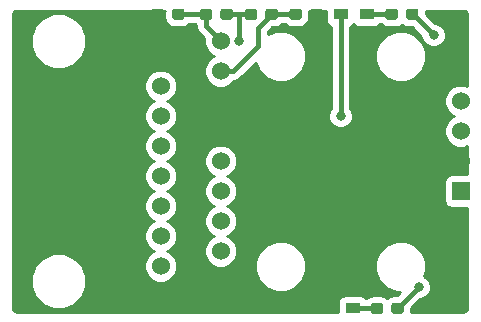
<source format=gbr>
G04 #@! TF.GenerationSoftware,KiCad,Pcbnew,(5.0.0)*
G04 #@! TF.CreationDate,2018-12-18T17:16:08-06:00*
G04 #@! TF.ProjectId,IMUBreakout_Hardware,494D55427265616B6F75745F48617264,rev?*
G04 #@! TF.SameCoordinates,Original*
G04 #@! TF.FileFunction,Copper,L1,Top,Signal*
G04 #@! TF.FilePolarity,Positive*
%FSLAX46Y46*%
G04 Gerber Fmt 4.6, Leading zero omitted, Abs format (unit mm)*
G04 Created by KiCad (PCBNEW (5.0.0)) date 12/18/18 17:16:08*
%MOMM*%
%LPD*%
G01*
G04 APERTURE LIST*
G04 #@! TA.AperFunction,ComponentPad*
%ADD10C,1.524000*%
G04 #@! TD*
G04 #@! TA.AperFunction,ComponentPad*
%ADD11R,1.524000X1.524000*%
G04 #@! TD*
G04 #@! TA.AperFunction,Conductor*
%ADD12C,0.100000*%
G04 #@! TD*
G04 #@! TA.AperFunction,SMDPad,CuDef*
%ADD13C,0.950000*%
G04 #@! TD*
G04 #@! TA.AperFunction,SMDPad,CuDef*
%ADD14R,1.200000X0.900000*%
G04 #@! TD*
G04 #@! TA.AperFunction,ViaPad*
%ADD15C,0.800000*%
G04 #@! TD*
G04 #@! TA.AperFunction,Conductor*
%ADD16C,0.381000*%
G04 #@! TD*
G04 #@! TA.AperFunction,Conductor*
%ADD17C,0.254000*%
G04 #@! TD*
G04 APERTURE END LIST*
D10*
G04 #@! TO.P,U1,1*
G04 #@! TO.N,SDOAG*
X129540000Y-85090000D03*
G04 #@! TO.P,U1,2*
G04 #@! TO.N,SDOM*
X129540000Y-87630000D03*
G04 #@! TO.P,U1,3*
G04 #@! TO.N,+3V3*
X129540000Y-90170000D03*
G04 #@! TO.P,U1,4*
X129540000Y-92710000D03*
G04 #@! TO.P,U1,5*
G04 #@! TO.N,DRDYM*
X129540000Y-95250000D03*
G04 #@! TO.P,U1,6*
G04 #@! TO.N,INTM*
X129540000Y-97790000D03*
G04 #@! TO.P,U1,7*
G04 #@! TO.N,INT1AG*
X129540000Y-100330000D03*
G04 #@! TO.P,U1,8*
G04 #@! TO.N,INT2AG*
X129540000Y-102870000D03*
G04 #@! TO.P,U1,9*
G04 #@! TO.N,+3V3*
X129540000Y-105410000D03*
G04 #@! TO.P,U1,10*
G04 #@! TO.N,SCL*
X149860000Y-90170000D03*
G04 #@! TO.P,U1,11*
G04 #@! TO.N,SDA*
X149860000Y-92710000D03*
G04 #@! TO.P,U1,12*
G04 #@! TO.N,+3V3*
X149860000Y-95250000D03*
D11*
G04 #@! TO.P,U1,13*
G04 #@! TO.N,GND*
X149860000Y-97790000D03*
G04 #@! TD*
D10*
G04 #@! TO.P,Conn1,1*
G04 #@! TO.N,GND*
X124460000Y-104140000D03*
G04 #@! TO.P,Conn1,2*
G04 #@! TO.N,INT2AG*
X124460000Y-101600000D03*
G04 #@! TO.P,Conn1,3*
G04 #@! TO.N,INT1AG*
X124460000Y-99060000D03*
G04 #@! TO.P,Conn1,4*
G04 #@! TO.N,INTM*
X124460000Y-96520000D03*
G04 #@! TO.P,Conn1,5*
G04 #@! TO.N,DRDYM*
X124460000Y-93980000D03*
G04 #@! TO.P,Conn1,6*
G04 #@! TO.N,SDA*
X124460000Y-91440000D03*
G04 #@! TO.P,Conn1,7*
G04 #@! TO.N,SCL*
X124460000Y-88900000D03*
G04 #@! TO.P,Conn1,8*
G04 #@! TO.N,+3V3*
X124460000Y-86360000D03*
G04 #@! TD*
D12*
G04 #@! TO.N,Net-(D1-Pad2)*
G04 #@! TO.C,D1*
G36*
X143086779Y-107222144D02*
X143109834Y-107225563D01*
X143132443Y-107231227D01*
X143154387Y-107239079D01*
X143175457Y-107249044D01*
X143195448Y-107261026D01*
X143214168Y-107274910D01*
X143231438Y-107290562D01*
X143247090Y-107307832D01*
X143260974Y-107326552D01*
X143272956Y-107346543D01*
X143282921Y-107367613D01*
X143290773Y-107389557D01*
X143296437Y-107412166D01*
X143299856Y-107435221D01*
X143301000Y-107458500D01*
X143301000Y-107933500D01*
X143299856Y-107956779D01*
X143296437Y-107979834D01*
X143290773Y-108002443D01*
X143282921Y-108024387D01*
X143272956Y-108045457D01*
X143260974Y-108065448D01*
X143247090Y-108084168D01*
X143231438Y-108101438D01*
X143214168Y-108117090D01*
X143195448Y-108130974D01*
X143175457Y-108142956D01*
X143154387Y-108152921D01*
X143132443Y-108160773D01*
X143109834Y-108166437D01*
X143086779Y-108169856D01*
X143063500Y-108171000D01*
X142488500Y-108171000D01*
X142465221Y-108169856D01*
X142442166Y-108166437D01*
X142419557Y-108160773D01*
X142397613Y-108152921D01*
X142376543Y-108142956D01*
X142356552Y-108130974D01*
X142337832Y-108117090D01*
X142320562Y-108101438D01*
X142304910Y-108084168D01*
X142291026Y-108065448D01*
X142279044Y-108045457D01*
X142269079Y-108024387D01*
X142261227Y-108002443D01*
X142255563Y-107979834D01*
X142252144Y-107956779D01*
X142251000Y-107933500D01*
X142251000Y-107458500D01*
X142252144Y-107435221D01*
X142255563Y-107412166D01*
X142261227Y-107389557D01*
X142269079Y-107367613D01*
X142279044Y-107346543D01*
X142291026Y-107326552D01*
X142304910Y-107307832D01*
X142320562Y-107290562D01*
X142337832Y-107274910D01*
X142356552Y-107261026D01*
X142376543Y-107249044D01*
X142397613Y-107239079D01*
X142419557Y-107231227D01*
X142442166Y-107225563D01*
X142465221Y-107222144D01*
X142488500Y-107221000D01*
X143063500Y-107221000D01*
X143086779Y-107222144D01*
X143086779Y-107222144D01*
G37*
D13*
G04 #@! TD*
G04 #@! TO.P,D1,2*
G04 #@! TO.N,Net-(D1-Pad2)*
X142776000Y-107696000D03*
D12*
G04 #@! TO.N,GND*
G04 #@! TO.C,D1*
G36*
X144836779Y-107222144D02*
X144859834Y-107225563D01*
X144882443Y-107231227D01*
X144904387Y-107239079D01*
X144925457Y-107249044D01*
X144945448Y-107261026D01*
X144964168Y-107274910D01*
X144981438Y-107290562D01*
X144997090Y-107307832D01*
X145010974Y-107326552D01*
X145022956Y-107346543D01*
X145032921Y-107367613D01*
X145040773Y-107389557D01*
X145046437Y-107412166D01*
X145049856Y-107435221D01*
X145051000Y-107458500D01*
X145051000Y-107933500D01*
X145049856Y-107956779D01*
X145046437Y-107979834D01*
X145040773Y-108002443D01*
X145032921Y-108024387D01*
X145022956Y-108045457D01*
X145010974Y-108065448D01*
X144997090Y-108084168D01*
X144981438Y-108101438D01*
X144964168Y-108117090D01*
X144945448Y-108130974D01*
X144925457Y-108142956D01*
X144904387Y-108152921D01*
X144882443Y-108160773D01*
X144859834Y-108166437D01*
X144836779Y-108169856D01*
X144813500Y-108171000D01*
X144238500Y-108171000D01*
X144215221Y-108169856D01*
X144192166Y-108166437D01*
X144169557Y-108160773D01*
X144147613Y-108152921D01*
X144126543Y-108142956D01*
X144106552Y-108130974D01*
X144087832Y-108117090D01*
X144070562Y-108101438D01*
X144054910Y-108084168D01*
X144041026Y-108065448D01*
X144029044Y-108045457D01*
X144019079Y-108024387D01*
X144011227Y-108002443D01*
X144005563Y-107979834D01*
X144002144Y-107956779D01*
X144001000Y-107933500D01*
X144001000Y-107458500D01*
X144002144Y-107435221D01*
X144005563Y-107412166D01*
X144011227Y-107389557D01*
X144019079Y-107367613D01*
X144029044Y-107346543D01*
X144041026Y-107326552D01*
X144054910Y-107307832D01*
X144070562Y-107290562D01*
X144087832Y-107274910D01*
X144106552Y-107261026D01*
X144126543Y-107249044D01*
X144147613Y-107239079D01*
X144169557Y-107231227D01*
X144192166Y-107225563D01*
X144215221Y-107222144D01*
X144238500Y-107221000D01*
X144813500Y-107221000D01*
X144836779Y-107222144D01*
X144836779Y-107222144D01*
G37*
D13*
G04 #@! TD*
G04 #@! TO.P,D1,1*
G04 #@! TO.N,GND*
X144526000Y-107696000D03*
D12*
G04 #@! TO.N,GND*
G04 #@! TO.C,D2*
G36*
X146078779Y-82330144D02*
X146101834Y-82333563D01*
X146124443Y-82339227D01*
X146146387Y-82347079D01*
X146167457Y-82357044D01*
X146187448Y-82369026D01*
X146206168Y-82382910D01*
X146223438Y-82398562D01*
X146239090Y-82415832D01*
X146252974Y-82434552D01*
X146264956Y-82454543D01*
X146274921Y-82475613D01*
X146282773Y-82497557D01*
X146288437Y-82520166D01*
X146291856Y-82543221D01*
X146293000Y-82566500D01*
X146293000Y-83041500D01*
X146291856Y-83064779D01*
X146288437Y-83087834D01*
X146282773Y-83110443D01*
X146274921Y-83132387D01*
X146264956Y-83153457D01*
X146252974Y-83173448D01*
X146239090Y-83192168D01*
X146223438Y-83209438D01*
X146206168Y-83225090D01*
X146187448Y-83238974D01*
X146167457Y-83250956D01*
X146146387Y-83260921D01*
X146124443Y-83268773D01*
X146101834Y-83274437D01*
X146078779Y-83277856D01*
X146055500Y-83279000D01*
X145480500Y-83279000D01*
X145457221Y-83277856D01*
X145434166Y-83274437D01*
X145411557Y-83268773D01*
X145389613Y-83260921D01*
X145368543Y-83250956D01*
X145348552Y-83238974D01*
X145329832Y-83225090D01*
X145312562Y-83209438D01*
X145296910Y-83192168D01*
X145283026Y-83173448D01*
X145271044Y-83153457D01*
X145261079Y-83132387D01*
X145253227Y-83110443D01*
X145247563Y-83087834D01*
X145244144Y-83064779D01*
X145243000Y-83041500D01*
X145243000Y-82566500D01*
X145244144Y-82543221D01*
X145247563Y-82520166D01*
X145253227Y-82497557D01*
X145261079Y-82475613D01*
X145271044Y-82454543D01*
X145283026Y-82434552D01*
X145296910Y-82415832D01*
X145312562Y-82398562D01*
X145329832Y-82382910D01*
X145348552Y-82369026D01*
X145368543Y-82357044D01*
X145389613Y-82347079D01*
X145411557Y-82339227D01*
X145434166Y-82333563D01*
X145457221Y-82330144D01*
X145480500Y-82329000D01*
X146055500Y-82329000D01*
X146078779Y-82330144D01*
X146078779Y-82330144D01*
G37*
D13*
G04 #@! TD*
G04 #@! TO.P,D2,1*
G04 #@! TO.N,GND*
X145768000Y-82804000D03*
D12*
G04 #@! TO.N,Net-(D2-Pad2)*
G04 #@! TO.C,D2*
G36*
X144328779Y-82330144D02*
X144351834Y-82333563D01*
X144374443Y-82339227D01*
X144396387Y-82347079D01*
X144417457Y-82357044D01*
X144437448Y-82369026D01*
X144456168Y-82382910D01*
X144473438Y-82398562D01*
X144489090Y-82415832D01*
X144502974Y-82434552D01*
X144514956Y-82454543D01*
X144524921Y-82475613D01*
X144532773Y-82497557D01*
X144538437Y-82520166D01*
X144541856Y-82543221D01*
X144543000Y-82566500D01*
X144543000Y-83041500D01*
X144541856Y-83064779D01*
X144538437Y-83087834D01*
X144532773Y-83110443D01*
X144524921Y-83132387D01*
X144514956Y-83153457D01*
X144502974Y-83173448D01*
X144489090Y-83192168D01*
X144473438Y-83209438D01*
X144456168Y-83225090D01*
X144437448Y-83238974D01*
X144417457Y-83250956D01*
X144396387Y-83260921D01*
X144374443Y-83268773D01*
X144351834Y-83274437D01*
X144328779Y-83277856D01*
X144305500Y-83279000D01*
X143730500Y-83279000D01*
X143707221Y-83277856D01*
X143684166Y-83274437D01*
X143661557Y-83268773D01*
X143639613Y-83260921D01*
X143618543Y-83250956D01*
X143598552Y-83238974D01*
X143579832Y-83225090D01*
X143562562Y-83209438D01*
X143546910Y-83192168D01*
X143533026Y-83173448D01*
X143521044Y-83153457D01*
X143511079Y-83132387D01*
X143503227Y-83110443D01*
X143497563Y-83087834D01*
X143494144Y-83064779D01*
X143493000Y-83041500D01*
X143493000Y-82566500D01*
X143494144Y-82543221D01*
X143497563Y-82520166D01*
X143503227Y-82497557D01*
X143511079Y-82475613D01*
X143521044Y-82454543D01*
X143533026Y-82434552D01*
X143546910Y-82415832D01*
X143562562Y-82398562D01*
X143579832Y-82382910D01*
X143598552Y-82369026D01*
X143618543Y-82357044D01*
X143639613Y-82347079D01*
X143661557Y-82339227D01*
X143684166Y-82333563D01*
X143707221Y-82330144D01*
X143730500Y-82329000D01*
X144305500Y-82329000D01*
X144328779Y-82330144D01*
X144328779Y-82330144D01*
G37*
D13*
G04 #@! TD*
G04 #@! TO.P,D2,2*
G04 #@! TO.N,Net-(D2-Pad2)*
X144018000Y-82804000D03*
D12*
G04 #@! TO.N,SDOAG*
G04 #@! TO.C,R1*
G36*
X126266779Y-82330144D02*
X126289834Y-82333563D01*
X126312443Y-82339227D01*
X126334387Y-82347079D01*
X126355457Y-82357044D01*
X126375448Y-82369026D01*
X126394168Y-82382910D01*
X126411438Y-82398562D01*
X126427090Y-82415832D01*
X126440974Y-82434552D01*
X126452956Y-82454543D01*
X126462921Y-82475613D01*
X126470773Y-82497557D01*
X126476437Y-82520166D01*
X126479856Y-82543221D01*
X126481000Y-82566500D01*
X126481000Y-83041500D01*
X126479856Y-83064779D01*
X126476437Y-83087834D01*
X126470773Y-83110443D01*
X126462921Y-83132387D01*
X126452956Y-83153457D01*
X126440974Y-83173448D01*
X126427090Y-83192168D01*
X126411438Y-83209438D01*
X126394168Y-83225090D01*
X126375448Y-83238974D01*
X126355457Y-83250956D01*
X126334387Y-83260921D01*
X126312443Y-83268773D01*
X126289834Y-83274437D01*
X126266779Y-83277856D01*
X126243500Y-83279000D01*
X125668500Y-83279000D01*
X125645221Y-83277856D01*
X125622166Y-83274437D01*
X125599557Y-83268773D01*
X125577613Y-83260921D01*
X125556543Y-83250956D01*
X125536552Y-83238974D01*
X125517832Y-83225090D01*
X125500562Y-83209438D01*
X125484910Y-83192168D01*
X125471026Y-83173448D01*
X125459044Y-83153457D01*
X125449079Y-83132387D01*
X125441227Y-83110443D01*
X125435563Y-83087834D01*
X125432144Y-83064779D01*
X125431000Y-83041500D01*
X125431000Y-82566500D01*
X125432144Y-82543221D01*
X125435563Y-82520166D01*
X125441227Y-82497557D01*
X125449079Y-82475613D01*
X125459044Y-82454543D01*
X125471026Y-82434552D01*
X125484910Y-82415832D01*
X125500562Y-82398562D01*
X125517832Y-82382910D01*
X125536552Y-82369026D01*
X125556543Y-82357044D01*
X125577613Y-82347079D01*
X125599557Y-82339227D01*
X125622166Y-82333563D01*
X125645221Y-82330144D01*
X125668500Y-82329000D01*
X126243500Y-82329000D01*
X126266779Y-82330144D01*
X126266779Y-82330144D01*
G37*
D13*
G04 #@! TD*
G04 #@! TO.P,R1,1*
G04 #@! TO.N,SDOAG*
X125956000Y-82804000D03*
D12*
G04 #@! TO.N,+3V3*
G04 #@! TO.C,R1*
G36*
X124516779Y-82330144D02*
X124539834Y-82333563D01*
X124562443Y-82339227D01*
X124584387Y-82347079D01*
X124605457Y-82357044D01*
X124625448Y-82369026D01*
X124644168Y-82382910D01*
X124661438Y-82398562D01*
X124677090Y-82415832D01*
X124690974Y-82434552D01*
X124702956Y-82454543D01*
X124712921Y-82475613D01*
X124720773Y-82497557D01*
X124726437Y-82520166D01*
X124729856Y-82543221D01*
X124731000Y-82566500D01*
X124731000Y-83041500D01*
X124729856Y-83064779D01*
X124726437Y-83087834D01*
X124720773Y-83110443D01*
X124712921Y-83132387D01*
X124702956Y-83153457D01*
X124690974Y-83173448D01*
X124677090Y-83192168D01*
X124661438Y-83209438D01*
X124644168Y-83225090D01*
X124625448Y-83238974D01*
X124605457Y-83250956D01*
X124584387Y-83260921D01*
X124562443Y-83268773D01*
X124539834Y-83274437D01*
X124516779Y-83277856D01*
X124493500Y-83279000D01*
X123918500Y-83279000D01*
X123895221Y-83277856D01*
X123872166Y-83274437D01*
X123849557Y-83268773D01*
X123827613Y-83260921D01*
X123806543Y-83250956D01*
X123786552Y-83238974D01*
X123767832Y-83225090D01*
X123750562Y-83209438D01*
X123734910Y-83192168D01*
X123721026Y-83173448D01*
X123709044Y-83153457D01*
X123699079Y-83132387D01*
X123691227Y-83110443D01*
X123685563Y-83087834D01*
X123682144Y-83064779D01*
X123681000Y-83041500D01*
X123681000Y-82566500D01*
X123682144Y-82543221D01*
X123685563Y-82520166D01*
X123691227Y-82497557D01*
X123699079Y-82475613D01*
X123709044Y-82454543D01*
X123721026Y-82434552D01*
X123734910Y-82415832D01*
X123750562Y-82398562D01*
X123767832Y-82382910D01*
X123786552Y-82369026D01*
X123806543Y-82357044D01*
X123827613Y-82347079D01*
X123849557Y-82339227D01*
X123872166Y-82333563D01*
X123895221Y-82330144D01*
X123918500Y-82329000D01*
X124493500Y-82329000D01*
X124516779Y-82330144D01*
X124516779Y-82330144D01*
G37*
D13*
G04 #@! TD*
G04 #@! TO.P,R1,2*
G04 #@! TO.N,+3V3*
X124206000Y-82804000D03*
D12*
G04 #@! TO.N,SDOAG*
G04 #@! TO.C,R2*
G36*
X128608779Y-82330144D02*
X128631834Y-82333563D01*
X128654443Y-82339227D01*
X128676387Y-82347079D01*
X128697457Y-82357044D01*
X128717448Y-82369026D01*
X128736168Y-82382910D01*
X128753438Y-82398562D01*
X128769090Y-82415832D01*
X128782974Y-82434552D01*
X128794956Y-82454543D01*
X128804921Y-82475613D01*
X128812773Y-82497557D01*
X128818437Y-82520166D01*
X128821856Y-82543221D01*
X128823000Y-82566500D01*
X128823000Y-83041500D01*
X128821856Y-83064779D01*
X128818437Y-83087834D01*
X128812773Y-83110443D01*
X128804921Y-83132387D01*
X128794956Y-83153457D01*
X128782974Y-83173448D01*
X128769090Y-83192168D01*
X128753438Y-83209438D01*
X128736168Y-83225090D01*
X128717448Y-83238974D01*
X128697457Y-83250956D01*
X128676387Y-83260921D01*
X128654443Y-83268773D01*
X128631834Y-83274437D01*
X128608779Y-83277856D01*
X128585500Y-83279000D01*
X128010500Y-83279000D01*
X127987221Y-83277856D01*
X127964166Y-83274437D01*
X127941557Y-83268773D01*
X127919613Y-83260921D01*
X127898543Y-83250956D01*
X127878552Y-83238974D01*
X127859832Y-83225090D01*
X127842562Y-83209438D01*
X127826910Y-83192168D01*
X127813026Y-83173448D01*
X127801044Y-83153457D01*
X127791079Y-83132387D01*
X127783227Y-83110443D01*
X127777563Y-83087834D01*
X127774144Y-83064779D01*
X127773000Y-83041500D01*
X127773000Y-82566500D01*
X127774144Y-82543221D01*
X127777563Y-82520166D01*
X127783227Y-82497557D01*
X127791079Y-82475613D01*
X127801044Y-82454543D01*
X127813026Y-82434552D01*
X127826910Y-82415832D01*
X127842562Y-82398562D01*
X127859832Y-82382910D01*
X127878552Y-82369026D01*
X127898543Y-82357044D01*
X127919613Y-82347079D01*
X127941557Y-82339227D01*
X127964166Y-82333563D01*
X127987221Y-82330144D01*
X128010500Y-82329000D01*
X128585500Y-82329000D01*
X128608779Y-82330144D01*
X128608779Y-82330144D01*
G37*
D13*
G04 #@! TD*
G04 #@! TO.P,R2,1*
G04 #@! TO.N,SDOAG*
X128298000Y-82804000D03*
D12*
G04 #@! TO.N,GND*
G04 #@! TO.C,R2*
G36*
X130358779Y-82330144D02*
X130381834Y-82333563D01*
X130404443Y-82339227D01*
X130426387Y-82347079D01*
X130447457Y-82357044D01*
X130467448Y-82369026D01*
X130486168Y-82382910D01*
X130503438Y-82398562D01*
X130519090Y-82415832D01*
X130532974Y-82434552D01*
X130544956Y-82454543D01*
X130554921Y-82475613D01*
X130562773Y-82497557D01*
X130568437Y-82520166D01*
X130571856Y-82543221D01*
X130573000Y-82566500D01*
X130573000Y-83041500D01*
X130571856Y-83064779D01*
X130568437Y-83087834D01*
X130562773Y-83110443D01*
X130554921Y-83132387D01*
X130544956Y-83153457D01*
X130532974Y-83173448D01*
X130519090Y-83192168D01*
X130503438Y-83209438D01*
X130486168Y-83225090D01*
X130467448Y-83238974D01*
X130447457Y-83250956D01*
X130426387Y-83260921D01*
X130404443Y-83268773D01*
X130381834Y-83274437D01*
X130358779Y-83277856D01*
X130335500Y-83279000D01*
X129760500Y-83279000D01*
X129737221Y-83277856D01*
X129714166Y-83274437D01*
X129691557Y-83268773D01*
X129669613Y-83260921D01*
X129648543Y-83250956D01*
X129628552Y-83238974D01*
X129609832Y-83225090D01*
X129592562Y-83209438D01*
X129576910Y-83192168D01*
X129563026Y-83173448D01*
X129551044Y-83153457D01*
X129541079Y-83132387D01*
X129533227Y-83110443D01*
X129527563Y-83087834D01*
X129524144Y-83064779D01*
X129523000Y-83041500D01*
X129523000Y-82566500D01*
X129524144Y-82543221D01*
X129527563Y-82520166D01*
X129533227Y-82497557D01*
X129541079Y-82475613D01*
X129551044Y-82454543D01*
X129563026Y-82434552D01*
X129576910Y-82415832D01*
X129592562Y-82398562D01*
X129609832Y-82382910D01*
X129628552Y-82369026D01*
X129648543Y-82357044D01*
X129669613Y-82347079D01*
X129691557Y-82339227D01*
X129714166Y-82333563D01*
X129737221Y-82330144D01*
X129760500Y-82329000D01*
X130335500Y-82329000D01*
X130358779Y-82330144D01*
X130358779Y-82330144D01*
G37*
D13*
G04 #@! TD*
G04 #@! TO.P,R2,2*
G04 #@! TO.N,GND*
X130048000Y-82804000D03*
D12*
G04 #@! TO.N,+3V3*
G04 #@! TO.C,R3*
G36*
X137950779Y-82330144D02*
X137973834Y-82333563D01*
X137996443Y-82339227D01*
X138018387Y-82347079D01*
X138039457Y-82357044D01*
X138059448Y-82369026D01*
X138078168Y-82382910D01*
X138095438Y-82398562D01*
X138111090Y-82415832D01*
X138124974Y-82434552D01*
X138136956Y-82454543D01*
X138146921Y-82475613D01*
X138154773Y-82497557D01*
X138160437Y-82520166D01*
X138163856Y-82543221D01*
X138165000Y-82566500D01*
X138165000Y-83041500D01*
X138163856Y-83064779D01*
X138160437Y-83087834D01*
X138154773Y-83110443D01*
X138146921Y-83132387D01*
X138136956Y-83153457D01*
X138124974Y-83173448D01*
X138111090Y-83192168D01*
X138095438Y-83209438D01*
X138078168Y-83225090D01*
X138059448Y-83238974D01*
X138039457Y-83250956D01*
X138018387Y-83260921D01*
X137996443Y-83268773D01*
X137973834Y-83274437D01*
X137950779Y-83277856D01*
X137927500Y-83279000D01*
X137352500Y-83279000D01*
X137329221Y-83277856D01*
X137306166Y-83274437D01*
X137283557Y-83268773D01*
X137261613Y-83260921D01*
X137240543Y-83250956D01*
X137220552Y-83238974D01*
X137201832Y-83225090D01*
X137184562Y-83209438D01*
X137168910Y-83192168D01*
X137155026Y-83173448D01*
X137143044Y-83153457D01*
X137133079Y-83132387D01*
X137125227Y-83110443D01*
X137119563Y-83087834D01*
X137116144Y-83064779D01*
X137115000Y-83041500D01*
X137115000Y-82566500D01*
X137116144Y-82543221D01*
X137119563Y-82520166D01*
X137125227Y-82497557D01*
X137133079Y-82475613D01*
X137143044Y-82454543D01*
X137155026Y-82434552D01*
X137168910Y-82415832D01*
X137184562Y-82398562D01*
X137201832Y-82382910D01*
X137220552Y-82369026D01*
X137240543Y-82357044D01*
X137261613Y-82347079D01*
X137283557Y-82339227D01*
X137306166Y-82333563D01*
X137329221Y-82330144D01*
X137352500Y-82329000D01*
X137927500Y-82329000D01*
X137950779Y-82330144D01*
X137950779Y-82330144D01*
G37*
D13*
G04 #@! TD*
G04 #@! TO.P,R3,2*
G04 #@! TO.N,+3V3*
X137640000Y-82804000D03*
D12*
G04 #@! TO.N,SDOM*
G04 #@! TO.C,R3*
G36*
X136200779Y-82330144D02*
X136223834Y-82333563D01*
X136246443Y-82339227D01*
X136268387Y-82347079D01*
X136289457Y-82357044D01*
X136309448Y-82369026D01*
X136328168Y-82382910D01*
X136345438Y-82398562D01*
X136361090Y-82415832D01*
X136374974Y-82434552D01*
X136386956Y-82454543D01*
X136396921Y-82475613D01*
X136404773Y-82497557D01*
X136410437Y-82520166D01*
X136413856Y-82543221D01*
X136415000Y-82566500D01*
X136415000Y-83041500D01*
X136413856Y-83064779D01*
X136410437Y-83087834D01*
X136404773Y-83110443D01*
X136396921Y-83132387D01*
X136386956Y-83153457D01*
X136374974Y-83173448D01*
X136361090Y-83192168D01*
X136345438Y-83209438D01*
X136328168Y-83225090D01*
X136309448Y-83238974D01*
X136289457Y-83250956D01*
X136268387Y-83260921D01*
X136246443Y-83268773D01*
X136223834Y-83274437D01*
X136200779Y-83277856D01*
X136177500Y-83279000D01*
X135602500Y-83279000D01*
X135579221Y-83277856D01*
X135556166Y-83274437D01*
X135533557Y-83268773D01*
X135511613Y-83260921D01*
X135490543Y-83250956D01*
X135470552Y-83238974D01*
X135451832Y-83225090D01*
X135434562Y-83209438D01*
X135418910Y-83192168D01*
X135405026Y-83173448D01*
X135393044Y-83153457D01*
X135383079Y-83132387D01*
X135375227Y-83110443D01*
X135369563Y-83087834D01*
X135366144Y-83064779D01*
X135365000Y-83041500D01*
X135365000Y-82566500D01*
X135366144Y-82543221D01*
X135369563Y-82520166D01*
X135375227Y-82497557D01*
X135383079Y-82475613D01*
X135393044Y-82454543D01*
X135405026Y-82434552D01*
X135418910Y-82415832D01*
X135434562Y-82398562D01*
X135451832Y-82382910D01*
X135470552Y-82369026D01*
X135490543Y-82357044D01*
X135511613Y-82347079D01*
X135533557Y-82339227D01*
X135556166Y-82333563D01*
X135579221Y-82330144D01*
X135602500Y-82329000D01*
X136177500Y-82329000D01*
X136200779Y-82330144D01*
X136200779Y-82330144D01*
G37*
D13*
G04 #@! TD*
G04 #@! TO.P,R3,1*
G04 #@! TO.N,SDOM*
X135890000Y-82804000D03*
D12*
G04 #@! TO.N,GND*
G04 #@! TO.C,R4*
G36*
X132418779Y-82330144D02*
X132441834Y-82333563D01*
X132464443Y-82339227D01*
X132486387Y-82347079D01*
X132507457Y-82357044D01*
X132527448Y-82369026D01*
X132546168Y-82382910D01*
X132563438Y-82398562D01*
X132579090Y-82415832D01*
X132592974Y-82434552D01*
X132604956Y-82454543D01*
X132614921Y-82475613D01*
X132622773Y-82497557D01*
X132628437Y-82520166D01*
X132631856Y-82543221D01*
X132633000Y-82566500D01*
X132633000Y-83041500D01*
X132631856Y-83064779D01*
X132628437Y-83087834D01*
X132622773Y-83110443D01*
X132614921Y-83132387D01*
X132604956Y-83153457D01*
X132592974Y-83173448D01*
X132579090Y-83192168D01*
X132563438Y-83209438D01*
X132546168Y-83225090D01*
X132527448Y-83238974D01*
X132507457Y-83250956D01*
X132486387Y-83260921D01*
X132464443Y-83268773D01*
X132441834Y-83274437D01*
X132418779Y-83277856D01*
X132395500Y-83279000D01*
X131820500Y-83279000D01*
X131797221Y-83277856D01*
X131774166Y-83274437D01*
X131751557Y-83268773D01*
X131729613Y-83260921D01*
X131708543Y-83250956D01*
X131688552Y-83238974D01*
X131669832Y-83225090D01*
X131652562Y-83209438D01*
X131636910Y-83192168D01*
X131623026Y-83173448D01*
X131611044Y-83153457D01*
X131601079Y-83132387D01*
X131593227Y-83110443D01*
X131587563Y-83087834D01*
X131584144Y-83064779D01*
X131583000Y-83041500D01*
X131583000Y-82566500D01*
X131584144Y-82543221D01*
X131587563Y-82520166D01*
X131593227Y-82497557D01*
X131601079Y-82475613D01*
X131611044Y-82454543D01*
X131623026Y-82434552D01*
X131636910Y-82415832D01*
X131652562Y-82398562D01*
X131669832Y-82382910D01*
X131688552Y-82369026D01*
X131708543Y-82357044D01*
X131729613Y-82347079D01*
X131751557Y-82339227D01*
X131774166Y-82333563D01*
X131797221Y-82330144D01*
X131820500Y-82329000D01*
X132395500Y-82329000D01*
X132418779Y-82330144D01*
X132418779Y-82330144D01*
G37*
D13*
G04 #@! TD*
G04 #@! TO.P,R4,2*
G04 #@! TO.N,GND*
X132108000Y-82804000D03*
D12*
G04 #@! TO.N,SDOM*
G04 #@! TO.C,R4*
G36*
X134168779Y-82330144D02*
X134191834Y-82333563D01*
X134214443Y-82339227D01*
X134236387Y-82347079D01*
X134257457Y-82357044D01*
X134277448Y-82369026D01*
X134296168Y-82382910D01*
X134313438Y-82398562D01*
X134329090Y-82415832D01*
X134342974Y-82434552D01*
X134354956Y-82454543D01*
X134364921Y-82475613D01*
X134372773Y-82497557D01*
X134378437Y-82520166D01*
X134381856Y-82543221D01*
X134383000Y-82566500D01*
X134383000Y-83041500D01*
X134381856Y-83064779D01*
X134378437Y-83087834D01*
X134372773Y-83110443D01*
X134364921Y-83132387D01*
X134354956Y-83153457D01*
X134342974Y-83173448D01*
X134329090Y-83192168D01*
X134313438Y-83209438D01*
X134296168Y-83225090D01*
X134277448Y-83238974D01*
X134257457Y-83250956D01*
X134236387Y-83260921D01*
X134214443Y-83268773D01*
X134191834Y-83274437D01*
X134168779Y-83277856D01*
X134145500Y-83279000D01*
X133570500Y-83279000D01*
X133547221Y-83277856D01*
X133524166Y-83274437D01*
X133501557Y-83268773D01*
X133479613Y-83260921D01*
X133458543Y-83250956D01*
X133438552Y-83238974D01*
X133419832Y-83225090D01*
X133402562Y-83209438D01*
X133386910Y-83192168D01*
X133373026Y-83173448D01*
X133361044Y-83153457D01*
X133351079Y-83132387D01*
X133343227Y-83110443D01*
X133337563Y-83087834D01*
X133334144Y-83064779D01*
X133333000Y-83041500D01*
X133333000Y-82566500D01*
X133334144Y-82543221D01*
X133337563Y-82520166D01*
X133343227Y-82497557D01*
X133351079Y-82475613D01*
X133361044Y-82454543D01*
X133373026Y-82434552D01*
X133386910Y-82415832D01*
X133402562Y-82398562D01*
X133419832Y-82382910D01*
X133438552Y-82369026D01*
X133458543Y-82357044D01*
X133479613Y-82347079D01*
X133501557Y-82339227D01*
X133524166Y-82333563D01*
X133547221Y-82330144D01*
X133570500Y-82329000D01*
X134145500Y-82329000D01*
X134168779Y-82330144D01*
X134168779Y-82330144D01*
G37*
D13*
G04 #@! TD*
G04 #@! TO.P,R4,1*
G04 #@! TO.N,SDOM*
X133858000Y-82804000D03*
D14*
G04 #@! TO.P,R5,1*
G04 #@! TO.N,+3V3*
X138516000Y-107696000D03*
G04 #@! TO.P,R5,2*
G04 #@! TO.N,Net-(D1-Pad2)*
X140716000Y-107696000D03*
G04 #@! TD*
G04 #@! TO.P,R6,2*
G04 #@! TO.N,Net-(D2-Pad2)*
X141900000Y-82804000D03*
G04 #@! TO.P,R6,1*
G04 #@! TO.N,SDA*
X139700000Y-82804000D03*
G04 #@! TD*
D15*
G04 #@! TO.N,GND*
X131064000Y-85090000D03*
X147574000Y-84582000D03*
X146304000Y-105918000D03*
G04 #@! TO.N,SDA*
X139700000Y-91440000D03*
G04 #@! TD*
D16*
G04 #@! TO.N,GND*
X145768000Y-82804000D02*
X145796000Y-82804000D01*
X145796000Y-82804000D02*
X147574000Y-84582000D01*
X144526000Y-107696000D02*
X146304000Y-105918000D01*
X131064000Y-82804000D02*
X131064000Y-85090000D01*
X131064000Y-82804000D02*
X130048000Y-82804000D01*
X132108000Y-82804000D02*
X131064000Y-82804000D01*
G04 #@! TO.N,SDA*
X139700000Y-82804000D02*
X139700000Y-91440000D01*
G04 #@! TO.N,SDOAG*
X128298000Y-82804000D02*
X125956000Y-82804000D01*
X128298000Y-83848000D02*
X129540000Y-85090000D01*
X128298000Y-82804000D02*
X128298000Y-83848000D01*
G04 #@! TO.N,SDOM*
X129540000Y-87122000D02*
X129540000Y-87630000D01*
X133858000Y-82804000D02*
X135890000Y-82804000D01*
X130617630Y-87630000D02*
X129540000Y-87630000D01*
X132705499Y-85542131D02*
X130617630Y-87630000D01*
X132705499Y-83956501D02*
X132705499Y-85542131D01*
X133858000Y-82804000D02*
X132705499Y-83956501D01*
G04 #@! TO.N,Net-(D1-Pad2)*
X140716000Y-107696000D02*
X142776000Y-107696000D01*
G04 #@! TO.N,Net-(D2-Pad2)*
X141900000Y-82804000D02*
X144018000Y-82804000D01*
G04 #@! TD*
D17*
G04 #@! TO.N,+3V3*
G36*
X124783560Y-82566500D02*
X124783560Y-83041500D01*
X124850922Y-83380152D01*
X125042753Y-83667247D01*
X125329848Y-83859078D01*
X125668500Y-83926440D01*
X126243500Y-83926440D01*
X126582152Y-83859078D01*
X126869247Y-83667247D01*
X126894469Y-83629500D01*
X127359531Y-83629500D01*
X127384753Y-83667247D01*
X127472501Y-83725878D01*
X127472501Y-83766694D01*
X127456328Y-83848000D01*
X127497657Y-84055773D01*
X127520397Y-84170094D01*
X127702849Y-84443152D01*
X127771775Y-84489207D01*
X128143000Y-84860432D01*
X128143000Y-85367881D01*
X128355680Y-85881337D01*
X128748663Y-86274320D01*
X128955513Y-86360000D01*
X128748663Y-86445680D01*
X128355680Y-86838663D01*
X128143000Y-87352119D01*
X128143000Y-87907881D01*
X128355680Y-88421337D01*
X128748663Y-88814320D01*
X129262119Y-89027000D01*
X129817881Y-89027000D01*
X130331337Y-88814320D01*
X130687978Y-88457679D01*
X130698931Y-88455500D01*
X130698933Y-88455500D01*
X130939724Y-88407604D01*
X131212782Y-88225152D01*
X131258839Y-88156223D01*
X132509213Y-86905849D01*
X132789688Y-87582975D01*
X133397025Y-88190312D01*
X134190548Y-88519000D01*
X135049452Y-88519000D01*
X135842975Y-88190312D01*
X136450312Y-87582975D01*
X136779000Y-86789452D01*
X136779000Y-85930548D01*
X136450312Y-85137025D01*
X135842975Y-84529688D01*
X135049452Y-84201000D01*
X134190548Y-84201000D01*
X133530999Y-84474194D01*
X133530999Y-84298433D01*
X133902993Y-83926440D01*
X134145500Y-83926440D01*
X134484152Y-83859078D01*
X134771247Y-83667247D01*
X134796469Y-83629500D01*
X134951531Y-83629500D01*
X134976753Y-83667247D01*
X135263848Y-83859078D01*
X135602500Y-83926440D01*
X136177500Y-83926440D01*
X136516152Y-83859078D01*
X136803247Y-83667247D01*
X136995078Y-83380152D01*
X137062440Y-83041500D01*
X137062440Y-82566500D01*
X137048815Y-82498000D01*
X138452560Y-82498000D01*
X138452560Y-83254000D01*
X138501843Y-83501765D01*
X138642191Y-83711809D01*
X138852235Y-83852157D01*
X138874500Y-83856586D01*
X138874501Y-90801788D01*
X138822569Y-90853720D01*
X138665000Y-91234126D01*
X138665000Y-91645874D01*
X138822569Y-92026280D01*
X139113720Y-92317431D01*
X139494126Y-92475000D01*
X139905874Y-92475000D01*
X140286280Y-92317431D01*
X140577431Y-92026280D01*
X140735000Y-91645874D01*
X140735000Y-91234126D01*
X140577431Y-90853720D01*
X140525500Y-90801789D01*
X140525500Y-85930548D01*
X142621000Y-85930548D01*
X142621000Y-86789452D01*
X142949688Y-87582975D01*
X143557025Y-88190312D01*
X144350548Y-88519000D01*
X145209452Y-88519000D01*
X146002975Y-88190312D01*
X146610312Y-87582975D01*
X146939000Y-86789452D01*
X146939000Y-85930548D01*
X146610312Y-85137025D01*
X146002975Y-84529688D01*
X145209452Y-84201000D01*
X144350548Y-84201000D01*
X143557025Y-84529688D01*
X142949688Y-85137025D01*
X142621000Y-85930548D01*
X140525500Y-85930548D01*
X140525500Y-83856586D01*
X140547765Y-83852157D01*
X140757809Y-83711809D01*
X140800000Y-83648666D01*
X140842191Y-83711809D01*
X141052235Y-83852157D01*
X141300000Y-83901440D01*
X142500000Y-83901440D01*
X142747765Y-83852157D01*
X142957809Y-83711809D01*
X143012807Y-83629500D01*
X143079531Y-83629500D01*
X143104753Y-83667247D01*
X143391848Y-83859078D01*
X143730500Y-83926440D01*
X144305500Y-83926440D01*
X144644152Y-83859078D01*
X144893000Y-83692803D01*
X145141848Y-83859078D01*
X145480500Y-83926440D01*
X145751008Y-83926440D01*
X146539000Y-84714433D01*
X146539000Y-84787874D01*
X146696569Y-85168280D01*
X146987720Y-85459431D01*
X147368126Y-85617000D01*
X147779874Y-85617000D01*
X148160280Y-85459431D01*
X148451431Y-85168280D01*
X148609000Y-84787874D01*
X148609000Y-84376126D01*
X148451431Y-83995720D01*
X148160280Y-83704569D01*
X147779874Y-83547000D01*
X147706433Y-83547000D01*
X146940440Y-82781008D01*
X146940440Y-82566500D01*
X146926815Y-82498000D01*
X150044069Y-82498000D01*
X150225777Y-82534144D01*
X150320539Y-82597461D01*
X150383856Y-82692223D01*
X150420000Y-82873930D01*
X150420000Y-88889857D01*
X150137881Y-88773000D01*
X149582119Y-88773000D01*
X149068663Y-88985680D01*
X148675680Y-89378663D01*
X148463000Y-89892119D01*
X148463000Y-90447881D01*
X148675680Y-90961337D01*
X149068663Y-91354320D01*
X149275513Y-91440000D01*
X149068663Y-91525680D01*
X148675680Y-91918663D01*
X148463000Y-92432119D01*
X148463000Y-92987881D01*
X148675680Y-93501337D01*
X149068663Y-93894320D01*
X149582119Y-94107000D01*
X150137881Y-94107000D01*
X150420000Y-93990143D01*
X150420001Y-96380560D01*
X149098000Y-96380560D01*
X148850235Y-96429843D01*
X148640191Y-96570191D01*
X148499843Y-96780235D01*
X148450560Y-97028000D01*
X148450560Y-98552000D01*
X148499843Y-98799765D01*
X148640191Y-99009809D01*
X148850235Y-99150157D01*
X149098000Y-99199440D01*
X150420001Y-99199440D01*
X150420001Y-107626065D01*
X150383856Y-107807777D01*
X150320539Y-107902539D01*
X150225777Y-107965856D01*
X150044069Y-108002000D01*
X145684815Y-108002000D01*
X145698440Y-107933500D01*
X145698440Y-107690992D01*
X146436433Y-106953000D01*
X146509874Y-106953000D01*
X146890280Y-106795431D01*
X147181431Y-106504280D01*
X147339000Y-106123874D01*
X147339000Y-105712126D01*
X147181431Y-105331720D01*
X146890280Y-105040569D01*
X146765300Y-104988801D01*
X146939000Y-104569452D01*
X146939000Y-103710548D01*
X146610312Y-102917025D01*
X146002975Y-102309688D01*
X145209452Y-101981000D01*
X144350548Y-101981000D01*
X143557025Y-102309688D01*
X142949688Y-102917025D01*
X142621000Y-103710548D01*
X142621000Y-104569452D01*
X142949688Y-105362975D01*
X143557025Y-105970312D01*
X144350548Y-106299000D01*
X144755568Y-106299000D01*
X144481008Y-106573560D01*
X144238500Y-106573560D01*
X143899848Y-106640922D01*
X143651000Y-106807197D01*
X143402152Y-106640922D01*
X143063500Y-106573560D01*
X142488500Y-106573560D01*
X142149848Y-106640922D01*
X141862753Y-106832753D01*
X141837531Y-106870500D01*
X141828807Y-106870500D01*
X141773809Y-106788191D01*
X141563765Y-106647843D01*
X141316000Y-106598560D01*
X140116000Y-106598560D01*
X139868235Y-106647843D01*
X139658191Y-106788191D01*
X139517843Y-106998235D01*
X139468560Y-107246000D01*
X139468560Y-108002000D01*
X112337930Y-108002000D01*
X112156223Y-107965856D01*
X112061461Y-107902539D01*
X111998144Y-107807777D01*
X111962000Y-107626069D01*
X111962000Y-104940567D01*
X113464000Y-104940567D01*
X113464000Y-105879433D01*
X113823289Y-106746833D01*
X114487167Y-107410711D01*
X115354567Y-107770000D01*
X116293433Y-107770000D01*
X117160833Y-107410711D01*
X117824711Y-106746833D01*
X118184000Y-105879433D01*
X118184000Y-104940567D01*
X117824711Y-104073167D01*
X117160833Y-103409289D01*
X116293433Y-103050000D01*
X115354567Y-103050000D01*
X114487167Y-103409289D01*
X113823289Y-104073167D01*
X113464000Y-104940567D01*
X111962000Y-104940567D01*
X111962000Y-88622119D01*
X123063000Y-88622119D01*
X123063000Y-89177881D01*
X123275680Y-89691337D01*
X123668663Y-90084320D01*
X123875513Y-90170000D01*
X123668663Y-90255680D01*
X123275680Y-90648663D01*
X123063000Y-91162119D01*
X123063000Y-91717881D01*
X123275680Y-92231337D01*
X123668663Y-92624320D01*
X123875513Y-92710000D01*
X123668663Y-92795680D01*
X123275680Y-93188663D01*
X123063000Y-93702119D01*
X123063000Y-94257881D01*
X123275680Y-94771337D01*
X123668663Y-95164320D01*
X123875513Y-95250000D01*
X123668663Y-95335680D01*
X123275680Y-95728663D01*
X123063000Y-96242119D01*
X123063000Y-96797881D01*
X123275680Y-97311337D01*
X123668663Y-97704320D01*
X123875513Y-97790000D01*
X123668663Y-97875680D01*
X123275680Y-98268663D01*
X123063000Y-98782119D01*
X123063000Y-99337881D01*
X123275680Y-99851337D01*
X123668663Y-100244320D01*
X123875513Y-100330000D01*
X123668663Y-100415680D01*
X123275680Y-100808663D01*
X123063000Y-101322119D01*
X123063000Y-101877881D01*
X123275680Y-102391337D01*
X123668663Y-102784320D01*
X123875513Y-102870000D01*
X123668663Y-102955680D01*
X123275680Y-103348663D01*
X123063000Y-103862119D01*
X123063000Y-104417881D01*
X123275680Y-104931337D01*
X123668663Y-105324320D01*
X124182119Y-105537000D01*
X124737881Y-105537000D01*
X125251337Y-105324320D01*
X125644320Y-104931337D01*
X125857000Y-104417881D01*
X125857000Y-103862119D01*
X125644320Y-103348663D01*
X125251337Y-102955680D01*
X125044487Y-102870000D01*
X125251337Y-102784320D01*
X125644320Y-102391337D01*
X125857000Y-101877881D01*
X125857000Y-101322119D01*
X125644320Y-100808663D01*
X125251337Y-100415680D01*
X125044487Y-100330000D01*
X125251337Y-100244320D01*
X125644320Y-99851337D01*
X125857000Y-99337881D01*
X125857000Y-98782119D01*
X125644320Y-98268663D01*
X125251337Y-97875680D01*
X125044487Y-97790000D01*
X125251337Y-97704320D01*
X125644320Y-97311337D01*
X125857000Y-96797881D01*
X125857000Y-96242119D01*
X125644320Y-95728663D01*
X125251337Y-95335680D01*
X125044487Y-95250000D01*
X125251337Y-95164320D01*
X125443538Y-94972119D01*
X128143000Y-94972119D01*
X128143000Y-95527881D01*
X128355680Y-96041337D01*
X128748663Y-96434320D01*
X128955513Y-96520000D01*
X128748663Y-96605680D01*
X128355680Y-96998663D01*
X128143000Y-97512119D01*
X128143000Y-98067881D01*
X128355680Y-98581337D01*
X128748663Y-98974320D01*
X128955513Y-99060000D01*
X128748663Y-99145680D01*
X128355680Y-99538663D01*
X128143000Y-100052119D01*
X128143000Y-100607881D01*
X128355680Y-101121337D01*
X128748663Y-101514320D01*
X128955513Y-101600000D01*
X128748663Y-101685680D01*
X128355680Y-102078663D01*
X128143000Y-102592119D01*
X128143000Y-103147881D01*
X128355680Y-103661337D01*
X128748663Y-104054320D01*
X129262119Y-104267000D01*
X129817881Y-104267000D01*
X130331337Y-104054320D01*
X130675109Y-103710548D01*
X132461000Y-103710548D01*
X132461000Y-104569452D01*
X132789688Y-105362975D01*
X133397025Y-105970312D01*
X134190548Y-106299000D01*
X135049452Y-106299000D01*
X135842975Y-105970312D01*
X136450312Y-105362975D01*
X136779000Y-104569452D01*
X136779000Y-103710548D01*
X136450312Y-102917025D01*
X135842975Y-102309688D01*
X135049452Y-101981000D01*
X134190548Y-101981000D01*
X133397025Y-102309688D01*
X132789688Y-102917025D01*
X132461000Y-103710548D01*
X130675109Y-103710548D01*
X130724320Y-103661337D01*
X130937000Y-103147881D01*
X130937000Y-102592119D01*
X130724320Y-102078663D01*
X130331337Y-101685680D01*
X130124487Y-101600000D01*
X130331337Y-101514320D01*
X130724320Y-101121337D01*
X130937000Y-100607881D01*
X130937000Y-100052119D01*
X130724320Y-99538663D01*
X130331337Y-99145680D01*
X130124487Y-99060000D01*
X130331337Y-98974320D01*
X130724320Y-98581337D01*
X130937000Y-98067881D01*
X130937000Y-97512119D01*
X130724320Y-96998663D01*
X130331337Y-96605680D01*
X130124487Y-96520000D01*
X130331337Y-96434320D01*
X130724320Y-96041337D01*
X130937000Y-95527881D01*
X130937000Y-94972119D01*
X130724320Y-94458663D01*
X130331337Y-94065680D01*
X129817881Y-93853000D01*
X129262119Y-93853000D01*
X128748663Y-94065680D01*
X128355680Y-94458663D01*
X128143000Y-94972119D01*
X125443538Y-94972119D01*
X125644320Y-94771337D01*
X125857000Y-94257881D01*
X125857000Y-93702119D01*
X125644320Y-93188663D01*
X125251337Y-92795680D01*
X125044487Y-92710000D01*
X125251337Y-92624320D01*
X125644320Y-92231337D01*
X125857000Y-91717881D01*
X125857000Y-91162119D01*
X125644320Y-90648663D01*
X125251337Y-90255680D01*
X125044487Y-90170000D01*
X125251337Y-90084320D01*
X125644320Y-89691337D01*
X125857000Y-89177881D01*
X125857000Y-88622119D01*
X125644320Y-88108663D01*
X125251337Y-87715680D01*
X124737881Y-87503000D01*
X124182119Y-87503000D01*
X123668663Y-87715680D01*
X123275680Y-88108663D01*
X123063000Y-88622119D01*
X111962000Y-88622119D01*
X111962000Y-84620567D01*
X113464000Y-84620567D01*
X113464000Y-85559433D01*
X113823289Y-86426833D01*
X114487167Y-87090711D01*
X115354567Y-87450000D01*
X116293433Y-87450000D01*
X117160833Y-87090711D01*
X117824711Y-86426833D01*
X118184000Y-85559433D01*
X118184000Y-84620567D01*
X117824711Y-83753167D01*
X117160833Y-83089289D01*
X116293433Y-82730000D01*
X115354567Y-82730000D01*
X114487167Y-83089289D01*
X113823289Y-83753167D01*
X113464000Y-84620567D01*
X111962000Y-84620567D01*
X111962000Y-82873931D01*
X111998144Y-82692223D01*
X112061461Y-82597461D01*
X112156223Y-82534144D01*
X112337930Y-82498000D01*
X124797185Y-82498000D01*
X124783560Y-82566500D01*
X124783560Y-82566500D01*
G37*
X124783560Y-82566500D02*
X124783560Y-83041500D01*
X124850922Y-83380152D01*
X125042753Y-83667247D01*
X125329848Y-83859078D01*
X125668500Y-83926440D01*
X126243500Y-83926440D01*
X126582152Y-83859078D01*
X126869247Y-83667247D01*
X126894469Y-83629500D01*
X127359531Y-83629500D01*
X127384753Y-83667247D01*
X127472501Y-83725878D01*
X127472501Y-83766694D01*
X127456328Y-83848000D01*
X127497657Y-84055773D01*
X127520397Y-84170094D01*
X127702849Y-84443152D01*
X127771775Y-84489207D01*
X128143000Y-84860432D01*
X128143000Y-85367881D01*
X128355680Y-85881337D01*
X128748663Y-86274320D01*
X128955513Y-86360000D01*
X128748663Y-86445680D01*
X128355680Y-86838663D01*
X128143000Y-87352119D01*
X128143000Y-87907881D01*
X128355680Y-88421337D01*
X128748663Y-88814320D01*
X129262119Y-89027000D01*
X129817881Y-89027000D01*
X130331337Y-88814320D01*
X130687978Y-88457679D01*
X130698931Y-88455500D01*
X130698933Y-88455500D01*
X130939724Y-88407604D01*
X131212782Y-88225152D01*
X131258839Y-88156223D01*
X132509213Y-86905849D01*
X132789688Y-87582975D01*
X133397025Y-88190312D01*
X134190548Y-88519000D01*
X135049452Y-88519000D01*
X135842975Y-88190312D01*
X136450312Y-87582975D01*
X136779000Y-86789452D01*
X136779000Y-85930548D01*
X136450312Y-85137025D01*
X135842975Y-84529688D01*
X135049452Y-84201000D01*
X134190548Y-84201000D01*
X133530999Y-84474194D01*
X133530999Y-84298433D01*
X133902993Y-83926440D01*
X134145500Y-83926440D01*
X134484152Y-83859078D01*
X134771247Y-83667247D01*
X134796469Y-83629500D01*
X134951531Y-83629500D01*
X134976753Y-83667247D01*
X135263848Y-83859078D01*
X135602500Y-83926440D01*
X136177500Y-83926440D01*
X136516152Y-83859078D01*
X136803247Y-83667247D01*
X136995078Y-83380152D01*
X137062440Y-83041500D01*
X137062440Y-82566500D01*
X137048815Y-82498000D01*
X138452560Y-82498000D01*
X138452560Y-83254000D01*
X138501843Y-83501765D01*
X138642191Y-83711809D01*
X138852235Y-83852157D01*
X138874500Y-83856586D01*
X138874501Y-90801788D01*
X138822569Y-90853720D01*
X138665000Y-91234126D01*
X138665000Y-91645874D01*
X138822569Y-92026280D01*
X139113720Y-92317431D01*
X139494126Y-92475000D01*
X139905874Y-92475000D01*
X140286280Y-92317431D01*
X140577431Y-92026280D01*
X140735000Y-91645874D01*
X140735000Y-91234126D01*
X140577431Y-90853720D01*
X140525500Y-90801789D01*
X140525500Y-85930548D01*
X142621000Y-85930548D01*
X142621000Y-86789452D01*
X142949688Y-87582975D01*
X143557025Y-88190312D01*
X144350548Y-88519000D01*
X145209452Y-88519000D01*
X146002975Y-88190312D01*
X146610312Y-87582975D01*
X146939000Y-86789452D01*
X146939000Y-85930548D01*
X146610312Y-85137025D01*
X146002975Y-84529688D01*
X145209452Y-84201000D01*
X144350548Y-84201000D01*
X143557025Y-84529688D01*
X142949688Y-85137025D01*
X142621000Y-85930548D01*
X140525500Y-85930548D01*
X140525500Y-83856586D01*
X140547765Y-83852157D01*
X140757809Y-83711809D01*
X140800000Y-83648666D01*
X140842191Y-83711809D01*
X141052235Y-83852157D01*
X141300000Y-83901440D01*
X142500000Y-83901440D01*
X142747765Y-83852157D01*
X142957809Y-83711809D01*
X143012807Y-83629500D01*
X143079531Y-83629500D01*
X143104753Y-83667247D01*
X143391848Y-83859078D01*
X143730500Y-83926440D01*
X144305500Y-83926440D01*
X144644152Y-83859078D01*
X144893000Y-83692803D01*
X145141848Y-83859078D01*
X145480500Y-83926440D01*
X145751008Y-83926440D01*
X146539000Y-84714433D01*
X146539000Y-84787874D01*
X146696569Y-85168280D01*
X146987720Y-85459431D01*
X147368126Y-85617000D01*
X147779874Y-85617000D01*
X148160280Y-85459431D01*
X148451431Y-85168280D01*
X148609000Y-84787874D01*
X148609000Y-84376126D01*
X148451431Y-83995720D01*
X148160280Y-83704569D01*
X147779874Y-83547000D01*
X147706433Y-83547000D01*
X146940440Y-82781008D01*
X146940440Y-82566500D01*
X146926815Y-82498000D01*
X150044069Y-82498000D01*
X150225777Y-82534144D01*
X150320539Y-82597461D01*
X150383856Y-82692223D01*
X150420000Y-82873930D01*
X150420000Y-88889857D01*
X150137881Y-88773000D01*
X149582119Y-88773000D01*
X149068663Y-88985680D01*
X148675680Y-89378663D01*
X148463000Y-89892119D01*
X148463000Y-90447881D01*
X148675680Y-90961337D01*
X149068663Y-91354320D01*
X149275513Y-91440000D01*
X149068663Y-91525680D01*
X148675680Y-91918663D01*
X148463000Y-92432119D01*
X148463000Y-92987881D01*
X148675680Y-93501337D01*
X149068663Y-93894320D01*
X149582119Y-94107000D01*
X150137881Y-94107000D01*
X150420000Y-93990143D01*
X150420001Y-96380560D01*
X149098000Y-96380560D01*
X148850235Y-96429843D01*
X148640191Y-96570191D01*
X148499843Y-96780235D01*
X148450560Y-97028000D01*
X148450560Y-98552000D01*
X148499843Y-98799765D01*
X148640191Y-99009809D01*
X148850235Y-99150157D01*
X149098000Y-99199440D01*
X150420001Y-99199440D01*
X150420001Y-107626065D01*
X150383856Y-107807777D01*
X150320539Y-107902539D01*
X150225777Y-107965856D01*
X150044069Y-108002000D01*
X145684815Y-108002000D01*
X145698440Y-107933500D01*
X145698440Y-107690992D01*
X146436433Y-106953000D01*
X146509874Y-106953000D01*
X146890280Y-106795431D01*
X147181431Y-106504280D01*
X147339000Y-106123874D01*
X147339000Y-105712126D01*
X147181431Y-105331720D01*
X146890280Y-105040569D01*
X146765300Y-104988801D01*
X146939000Y-104569452D01*
X146939000Y-103710548D01*
X146610312Y-102917025D01*
X146002975Y-102309688D01*
X145209452Y-101981000D01*
X144350548Y-101981000D01*
X143557025Y-102309688D01*
X142949688Y-102917025D01*
X142621000Y-103710548D01*
X142621000Y-104569452D01*
X142949688Y-105362975D01*
X143557025Y-105970312D01*
X144350548Y-106299000D01*
X144755568Y-106299000D01*
X144481008Y-106573560D01*
X144238500Y-106573560D01*
X143899848Y-106640922D01*
X143651000Y-106807197D01*
X143402152Y-106640922D01*
X143063500Y-106573560D01*
X142488500Y-106573560D01*
X142149848Y-106640922D01*
X141862753Y-106832753D01*
X141837531Y-106870500D01*
X141828807Y-106870500D01*
X141773809Y-106788191D01*
X141563765Y-106647843D01*
X141316000Y-106598560D01*
X140116000Y-106598560D01*
X139868235Y-106647843D01*
X139658191Y-106788191D01*
X139517843Y-106998235D01*
X139468560Y-107246000D01*
X139468560Y-108002000D01*
X112337930Y-108002000D01*
X112156223Y-107965856D01*
X112061461Y-107902539D01*
X111998144Y-107807777D01*
X111962000Y-107626069D01*
X111962000Y-104940567D01*
X113464000Y-104940567D01*
X113464000Y-105879433D01*
X113823289Y-106746833D01*
X114487167Y-107410711D01*
X115354567Y-107770000D01*
X116293433Y-107770000D01*
X117160833Y-107410711D01*
X117824711Y-106746833D01*
X118184000Y-105879433D01*
X118184000Y-104940567D01*
X117824711Y-104073167D01*
X117160833Y-103409289D01*
X116293433Y-103050000D01*
X115354567Y-103050000D01*
X114487167Y-103409289D01*
X113823289Y-104073167D01*
X113464000Y-104940567D01*
X111962000Y-104940567D01*
X111962000Y-88622119D01*
X123063000Y-88622119D01*
X123063000Y-89177881D01*
X123275680Y-89691337D01*
X123668663Y-90084320D01*
X123875513Y-90170000D01*
X123668663Y-90255680D01*
X123275680Y-90648663D01*
X123063000Y-91162119D01*
X123063000Y-91717881D01*
X123275680Y-92231337D01*
X123668663Y-92624320D01*
X123875513Y-92710000D01*
X123668663Y-92795680D01*
X123275680Y-93188663D01*
X123063000Y-93702119D01*
X123063000Y-94257881D01*
X123275680Y-94771337D01*
X123668663Y-95164320D01*
X123875513Y-95250000D01*
X123668663Y-95335680D01*
X123275680Y-95728663D01*
X123063000Y-96242119D01*
X123063000Y-96797881D01*
X123275680Y-97311337D01*
X123668663Y-97704320D01*
X123875513Y-97790000D01*
X123668663Y-97875680D01*
X123275680Y-98268663D01*
X123063000Y-98782119D01*
X123063000Y-99337881D01*
X123275680Y-99851337D01*
X123668663Y-100244320D01*
X123875513Y-100330000D01*
X123668663Y-100415680D01*
X123275680Y-100808663D01*
X123063000Y-101322119D01*
X123063000Y-101877881D01*
X123275680Y-102391337D01*
X123668663Y-102784320D01*
X123875513Y-102870000D01*
X123668663Y-102955680D01*
X123275680Y-103348663D01*
X123063000Y-103862119D01*
X123063000Y-104417881D01*
X123275680Y-104931337D01*
X123668663Y-105324320D01*
X124182119Y-105537000D01*
X124737881Y-105537000D01*
X125251337Y-105324320D01*
X125644320Y-104931337D01*
X125857000Y-104417881D01*
X125857000Y-103862119D01*
X125644320Y-103348663D01*
X125251337Y-102955680D01*
X125044487Y-102870000D01*
X125251337Y-102784320D01*
X125644320Y-102391337D01*
X125857000Y-101877881D01*
X125857000Y-101322119D01*
X125644320Y-100808663D01*
X125251337Y-100415680D01*
X125044487Y-100330000D01*
X125251337Y-100244320D01*
X125644320Y-99851337D01*
X125857000Y-99337881D01*
X125857000Y-98782119D01*
X125644320Y-98268663D01*
X125251337Y-97875680D01*
X125044487Y-97790000D01*
X125251337Y-97704320D01*
X125644320Y-97311337D01*
X125857000Y-96797881D01*
X125857000Y-96242119D01*
X125644320Y-95728663D01*
X125251337Y-95335680D01*
X125044487Y-95250000D01*
X125251337Y-95164320D01*
X125443538Y-94972119D01*
X128143000Y-94972119D01*
X128143000Y-95527881D01*
X128355680Y-96041337D01*
X128748663Y-96434320D01*
X128955513Y-96520000D01*
X128748663Y-96605680D01*
X128355680Y-96998663D01*
X128143000Y-97512119D01*
X128143000Y-98067881D01*
X128355680Y-98581337D01*
X128748663Y-98974320D01*
X128955513Y-99060000D01*
X128748663Y-99145680D01*
X128355680Y-99538663D01*
X128143000Y-100052119D01*
X128143000Y-100607881D01*
X128355680Y-101121337D01*
X128748663Y-101514320D01*
X128955513Y-101600000D01*
X128748663Y-101685680D01*
X128355680Y-102078663D01*
X128143000Y-102592119D01*
X128143000Y-103147881D01*
X128355680Y-103661337D01*
X128748663Y-104054320D01*
X129262119Y-104267000D01*
X129817881Y-104267000D01*
X130331337Y-104054320D01*
X130675109Y-103710548D01*
X132461000Y-103710548D01*
X132461000Y-104569452D01*
X132789688Y-105362975D01*
X133397025Y-105970312D01*
X134190548Y-106299000D01*
X135049452Y-106299000D01*
X135842975Y-105970312D01*
X136450312Y-105362975D01*
X136779000Y-104569452D01*
X136779000Y-103710548D01*
X136450312Y-102917025D01*
X135842975Y-102309688D01*
X135049452Y-101981000D01*
X134190548Y-101981000D01*
X133397025Y-102309688D01*
X132789688Y-102917025D01*
X132461000Y-103710548D01*
X130675109Y-103710548D01*
X130724320Y-103661337D01*
X130937000Y-103147881D01*
X130937000Y-102592119D01*
X130724320Y-102078663D01*
X130331337Y-101685680D01*
X130124487Y-101600000D01*
X130331337Y-101514320D01*
X130724320Y-101121337D01*
X130937000Y-100607881D01*
X130937000Y-100052119D01*
X130724320Y-99538663D01*
X130331337Y-99145680D01*
X130124487Y-99060000D01*
X130331337Y-98974320D01*
X130724320Y-98581337D01*
X130937000Y-98067881D01*
X130937000Y-97512119D01*
X130724320Y-96998663D01*
X130331337Y-96605680D01*
X130124487Y-96520000D01*
X130331337Y-96434320D01*
X130724320Y-96041337D01*
X130937000Y-95527881D01*
X130937000Y-94972119D01*
X130724320Y-94458663D01*
X130331337Y-94065680D01*
X129817881Y-93853000D01*
X129262119Y-93853000D01*
X128748663Y-94065680D01*
X128355680Y-94458663D01*
X128143000Y-94972119D01*
X125443538Y-94972119D01*
X125644320Y-94771337D01*
X125857000Y-94257881D01*
X125857000Y-93702119D01*
X125644320Y-93188663D01*
X125251337Y-92795680D01*
X125044487Y-92710000D01*
X125251337Y-92624320D01*
X125644320Y-92231337D01*
X125857000Y-91717881D01*
X125857000Y-91162119D01*
X125644320Y-90648663D01*
X125251337Y-90255680D01*
X125044487Y-90170000D01*
X125251337Y-90084320D01*
X125644320Y-89691337D01*
X125857000Y-89177881D01*
X125857000Y-88622119D01*
X125644320Y-88108663D01*
X125251337Y-87715680D01*
X124737881Y-87503000D01*
X124182119Y-87503000D01*
X123668663Y-87715680D01*
X123275680Y-88108663D01*
X123063000Y-88622119D01*
X111962000Y-88622119D01*
X111962000Y-84620567D01*
X113464000Y-84620567D01*
X113464000Y-85559433D01*
X113823289Y-86426833D01*
X114487167Y-87090711D01*
X115354567Y-87450000D01*
X116293433Y-87450000D01*
X117160833Y-87090711D01*
X117824711Y-86426833D01*
X118184000Y-85559433D01*
X118184000Y-84620567D01*
X117824711Y-83753167D01*
X117160833Y-83089289D01*
X116293433Y-82730000D01*
X115354567Y-82730000D01*
X114487167Y-83089289D01*
X113823289Y-83753167D01*
X113464000Y-84620567D01*
X111962000Y-84620567D01*
X111962000Y-82873931D01*
X111998144Y-82692223D01*
X112061461Y-82597461D01*
X112156223Y-82534144D01*
X112337930Y-82498000D01*
X124797185Y-82498000D01*
X124783560Y-82566500D01*
G04 #@! TD*
M02*

</source>
